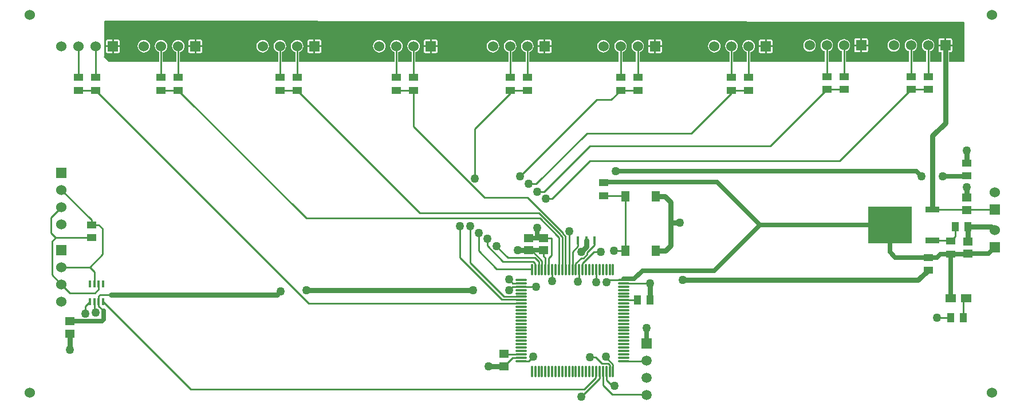
<source format=gtl>
G04 Layer_Physical_Order=1*
G04 Layer_Color=255*
%FSLAX25Y25*%
%MOIN*%
G70*
G01*
G75*
%ADD10R,0.06000X0.05000*%
%ADD11R,0.04134X0.05512*%
%ADD12R,0.05709X0.04528*%
%ADD13R,0.05512X0.04134*%
%ADD14R,0.25590X0.21654*%
%ADD15R,0.08268X0.03740*%
%ADD16R,0.01575X0.04724*%
%ADD17R,0.05118X0.06102*%
%ADD18O,0.07087X0.01181*%
%ADD19O,0.01181X0.07087*%
%ADD20R,0.01575X0.04331*%
%ADD21C,0.01000*%
%ADD22C,0.02500*%
%ADD23C,0.03000*%
%ADD24C,0.05905*%
%ADD25R,0.05905X0.05905*%
%ADD26C,0.06000*%
%ADD27R,0.06000X0.06000*%
%ADD28R,0.06000X0.06000*%
%ADD29C,0.05000*%
G36*
X663500Y476000D02*
X664000Y475500D01*
Y452500D01*
X655141D01*
Y458221D01*
X656000D01*
X656390Y458298D01*
X656721Y458519D01*
X656942Y458850D01*
X657020Y459240D01*
Y461740D01*
X653000D01*
X648980D01*
Y459240D01*
X649058Y458850D01*
X649279Y458519D01*
X649610Y458298D01*
X650000Y458221D01*
X650859D01*
Y452500D01*
X644122D01*
Y458808D01*
X644815Y459096D01*
X645568Y459673D01*
X646145Y460425D01*
X646507Y461300D01*
X646631Y462240D01*
X646507Y463180D01*
X646145Y464056D01*
X645568Y464808D01*
X644815Y465385D01*
X643940Y465747D01*
X643000Y465871D01*
X642060Y465747D01*
X641185Y465385D01*
X640432Y464808D01*
X639855Y464056D01*
X639493Y463180D01*
X639369Y462240D01*
X639493Y461300D01*
X639855Y460425D01*
X640432Y459673D01*
X641185Y459096D01*
X641878Y458808D01*
Y452500D01*
X634122D01*
Y458808D01*
X634816Y459096D01*
X635568Y459673D01*
X636145Y460425D01*
X636507Y461300D01*
X636631Y462240D01*
X636507Y463180D01*
X636145Y464056D01*
X635568Y464808D01*
X634816Y465385D01*
X633940Y465747D01*
X633000Y465871D01*
X632060Y465747D01*
X631184Y465385D01*
X630432Y464808D01*
X629855Y464056D01*
X629493Y463180D01*
X629369Y462240D01*
X629493Y461300D01*
X629855Y460425D01*
X630432Y459673D01*
X631184Y459096D01*
X631878Y458808D01*
Y452500D01*
X595122D01*
Y458808D01*
X595816Y459096D01*
X596567Y459673D01*
X597145Y460425D01*
X597507Y461300D01*
X597631Y462240D01*
X597507Y463180D01*
X597145Y464056D01*
X596567Y464808D01*
X595816Y465385D01*
X594940Y465747D01*
X594000Y465871D01*
X593060Y465747D01*
X592184Y465385D01*
X591432Y464808D01*
X590855Y464056D01*
X590493Y463180D01*
X590369Y462240D01*
X590493Y461300D01*
X590855Y460425D01*
X591432Y459673D01*
X592184Y459096D01*
X592878Y458808D01*
Y452500D01*
X585122D01*
Y458808D01*
X585815Y459096D01*
X586567Y459673D01*
X587145Y460425D01*
X587507Y461300D01*
X587631Y462240D01*
X587507Y463180D01*
X587145Y464056D01*
X586567Y464808D01*
X585815Y465385D01*
X584940Y465747D01*
X584000Y465871D01*
X583060Y465747D01*
X582185Y465385D01*
X581432Y464808D01*
X580855Y464056D01*
X580493Y463180D01*
X580369Y462240D01*
X580493Y461300D01*
X580855Y460425D01*
X581432Y459673D01*
X582185Y459096D01*
X582878Y458808D01*
Y452500D01*
X539622D01*
Y458308D01*
X540315Y458596D01*
X541068Y459173D01*
X541645Y459925D01*
X542007Y460800D01*
X542131Y461740D01*
X542007Y462680D01*
X541645Y463556D01*
X541068Y464308D01*
X540315Y464885D01*
X539440Y465247D01*
X538500Y465371D01*
X537560Y465247D01*
X536685Y464885D01*
X535932Y464308D01*
X535355Y463556D01*
X534993Y462680D01*
X534869Y461740D01*
X534993Y460800D01*
X535355Y459925D01*
X535932Y459173D01*
X536685Y458596D01*
X537379Y458308D01*
Y452500D01*
X529622D01*
Y458308D01*
X530315Y458596D01*
X531068Y459173D01*
X531645Y459925D01*
X532007Y460800D01*
X532131Y461740D01*
X532007Y462680D01*
X531645Y463556D01*
X531068Y464308D01*
X530315Y464885D01*
X529440Y465247D01*
X528500Y465371D01*
X527560Y465247D01*
X526685Y464885D01*
X525933Y464308D01*
X525355Y463556D01*
X524993Y462680D01*
X524869Y461740D01*
X524993Y460800D01*
X525355Y459925D01*
X525933Y459173D01*
X526685Y458596D01*
X527379Y458308D01*
Y452500D01*
X475122D01*
Y458308D01*
X475815Y458596D01*
X476568Y459173D01*
X477145Y459925D01*
X477507Y460800D01*
X477631Y461740D01*
X477507Y462680D01*
X477145Y463556D01*
X476568Y464308D01*
X475815Y464885D01*
X474940Y465247D01*
X474000Y465371D01*
X473060Y465247D01*
X472185Y464885D01*
X471432Y464308D01*
X470855Y463556D01*
X470493Y462680D01*
X470369Y461740D01*
X470493Y460800D01*
X470855Y459925D01*
X471432Y459173D01*
X472185Y458596D01*
X472879Y458308D01*
Y452500D01*
X465122D01*
Y458308D01*
X465815Y458596D01*
X466568Y459173D01*
X467145Y459925D01*
X467507Y460800D01*
X467631Y461740D01*
X467507Y462680D01*
X467145Y463556D01*
X466568Y464308D01*
X465815Y464885D01*
X464940Y465247D01*
X464000Y465371D01*
X463060Y465247D01*
X462184Y464885D01*
X461433Y464308D01*
X460855Y463556D01*
X460493Y462680D01*
X460369Y461740D01*
X460493Y460800D01*
X460855Y459925D01*
X461433Y459173D01*
X462184Y458596D01*
X462879Y458308D01*
Y452500D01*
X410881D01*
Y458308D01*
X411575Y458596D01*
X412327Y459173D01*
X412904Y459925D01*
X413267Y460800D01*
X413391Y461740D01*
X413267Y462680D01*
X412904Y463556D01*
X412327Y464308D01*
X411575Y464885D01*
X410700Y465247D01*
X409760Y465371D01*
X408820Y465247D01*
X407944Y464885D01*
X407192Y464308D01*
X406615Y463556D01*
X406252Y462680D01*
X406129Y461740D01*
X406252Y460800D01*
X406615Y459925D01*
X407192Y459173D01*
X407944Y458596D01*
X408638Y458308D01*
Y452500D01*
X400881D01*
Y458308D01*
X401575Y458596D01*
X402327Y459173D01*
X402904Y459925D01*
X403267Y460800D01*
X403391Y461740D01*
X403267Y462680D01*
X402904Y463556D01*
X402327Y464308D01*
X401575Y464885D01*
X400700Y465247D01*
X399760Y465371D01*
X398820Y465247D01*
X397944Y464885D01*
X397192Y464308D01*
X396615Y463556D01*
X396252Y462680D01*
X396129Y461740D01*
X396252Y460800D01*
X396615Y459925D01*
X397192Y459173D01*
X397944Y458596D01*
X398638Y458308D01*
Y452500D01*
X344622D01*
Y458308D01*
X345316Y458596D01*
X346068Y459173D01*
X346645Y459925D01*
X347007Y460800D01*
X347131Y461740D01*
X347007Y462680D01*
X346645Y463556D01*
X346068Y464308D01*
X345316Y464885D01*
X344440Y465247D01*
X343500Y465371D01*
X342560Y465247D01*
X341685Y464885D01*
X340932Y464308D01*
X340355Y463556D01*
X339993Y462680D01*
X339869Y461740D01*
X339993Y460800D01*
X340355Y459925D01*
X340932Y459173D01*
X341685Y458596D01*
X342378Y458308D01*
Y452500D01*
X334622D01*
Y458308D01*
X335315Y458596D01*
X336068Y459173D01*
X336645Y459925D01*
X337007Y460800D01*
X337131Y461740D01*
X337007Y462680D01*
X336645Y463556D01*
X336068Y464308D01*
X335315Y464885D01*
X334440Y465247D01*
X333500Y465371D01*
X332560Y465247D01*
X331684Y464885D01*
X330932Y464308D01*
X330355Y463556D01*
X329993Y462680D01*
X329869Y461740D01*
X329993Y460800D01*
X330355Y459925D01*
X330932Y459173D01*
X331684Y458596D01*
X332379Y458308D01*
Y452500D01*
X276881D01*
Y458308D01*
X277575Y458596D01*
X278327Y459173D01*
X278904Y459925D01*
X279267Y460800D01*
X279391Y461740D01*
X279267Y462680D01*
X278904Y463556D01*
X278327Y464308D01*
X277575Y464885D01*
X276700Y465247D01*
X275760Y465371D01*
X274820Y465247D01*
X273944Y464885D01*
X273192Y464308D01*
X272615Y463556D01*
X272252Y462680D01*
X272129Y461740D01*
X272252Y460800D01*
X272615Y459925D01*
X273192Y459173D01*
X273944Y458596D01*
X274638Y458308D01*
Y452500D01*
X266881D01*
Y458308D01*
X267575Y458596D01*
X268327Y459173D01*
X268904Y459925D01*
X269267Y460800D01*
X269391Y461740D01*
X269267Y462680D01*
X268904Y463556D01*
X268327Y464308D01*
X267575Y464885D01*
X266700Y465247D01*
X265760Y465371D01*
X264820Y465247D01*
X263944Y464885D01*
X263192Y464308D01*
X262615Y463556D01*
X262252Y462680D01*
X262129Y461740D01*
X262252Y460800D01*
X262615Y459925D01*
X263192Y459173D01*
X263944Y458596D01*
X264638Y458308D01*
Y452500D01*
X207622D01*
Y458308D01*
X208315Y458596D01*
X209068Y459173D01*
X209645Y459925D01*
X210007Y460800D01*
X210131Y461740D01*
X210007Y462680D01*
X209645Y463556D01*
X209068Y464308D01*
X208315Y464885D01*
X207440Y465247D01*
X206500Y465371D01*
X205560Y465247D01*
X204684Y464885D01*
X203932Y464308D01*
X203355Y463556D01*
X202993Y462680D01*
X202869Y461740D01*
X202993Y460800D01*
X203355Y459925D01*
X203932Y459173D01*
X204684Y458596D01*
X205379Y458308D01*
Y452500D01*
X197622D01*
Y458308D01*
X198316Y458596D01*
X199068Y459173D01*
X199645Y459925D01*
X200007Y460800D01*
X200131Y461740D01*
X200007Y462680D01*
X199645Y463556D01*
X199068Y464308D01*
X198316Y464885D01*
X197440Y465247D01*
X196500Y465371D01*
X195560Y465247D01*
X194685Y464885D01*
X193932Y464308D01*
X193355Y463556D01*
X192993Y462680D01*
X192869Y461740D01*
X192993Y460800D01*
X193355Y459925D01*
X193932Y459173D01*
X194685Y458596D01*
X195378Y458308D01*
Y452500D01*
X166000D01*
X163000Y455500D01*
X163500Y456000D01*
Y476146D01*
X163854Y476500D01*
X663500Y476000D01*
D02*
G37*
%LPC*%
G36*
X172520Y461240D02*
X169000D01*
Y457721D01*
X171500D01*
X171890Y457798D01*
X172221Y458019D01*
X172442Y458350D01*
X172520Y458740D01*
Y461240D01*
D02*
G37*
G36*
X186500Y465371D02*
X185560Y465247D01*
X184685Y464885D01*
X183932Y464308D01*
X183355Y463556D01*
X182993Y462680D01*
X182869Y461740D01*
X182993Y460800D01*
X183355Y459925D01*
X183932Y459173D01*
X184685Y458596D01*
X185560Y458233D01*
X186500Y458109D01*
X187440Y458233D01*
X188315Y458596D01*
X189068Y459173D01*
X189645Y459925D01*
X190007Y460800D01*
X190131Y461740D01*
X190007Y462680D01*
X189645Y463556D01*
X189068Y464308D01*
X188315Y464885D01*
X187440Y465247D01*
X186500Y465371D01*
D02*
G37*
G36*
X168000Y461240D02*
X164480D01*
Y458740D01*
X164558Y458350D01*
X164779Y458019D01*
X165110Y457798D01*
X165500Y457721D01*
X168000D01*
Y461240D01*
D02*
G37*
G36*
X548000Y461240D02*
X544480D01*
Y458740D01*
X544558Y458350D01*
X544779Y458019D01*
X545110Y457798D01*
X545500Y457721D01*
X548000D01*
Y461240D01*
D02*
G37*
G36*
X552520D02*
X549000D01*
Y457721D01*
X551500D01*
X551890Y457798D01*
X552221Y458019D01*
X552442Y458350D01*
X552520Y458740D01*
Y461240D01*
D02*
G37*
G36*
X454000Y465371D02*
X453060Y465247D01*
X452184Y464885D01*
X451433Y464308D01*
X450855Y463556D01*
X450493Y462680D01*
X450369Y461740D01*
X450493Y460800D01*
X450855Y459925D01*
X451433Y459173D01*
X452184Y458596D01*
X453060Y458233D01*
X454000Y458109D01*
X454940Y458233D01*
X455816Y458596D01*
X456568Y459173D01*
X457145Y459925D01*
X457507Y460800D01*
X457631Y461740D01*
X457507Y462680D01*
X457145Y463556D01*
X456568Y464308D01*
X455816Y464885D01*
X454940Y465247D01*
X454000Y465371D01*
D02*
G37*
G36*
X518500D02*
X517560Y465247D01*
X516684Y464885D01*
X515933Y464308D01*
X515355Y463556D01*
X514993Y462680D01*
X514869Y461740D01*
X514993Y460800D01*
X515355Y459925D01*
X515933Y459173D01*
X516684Y458596D01*
X517560Y458233D01*
X518500Y458109D01*
X519440Y458233D01*
X520316Y458596D01*
X521068Y459173D01*
X521645Y459925D01*
X522007Y460800D01*
X522131Y461740D01*
X522007Y462680D01*
X521645Y463556D01*
X521068Y464308D01*
X520316Y464885D01*
X519440Y465247D01*
X518500Y465371D01*
D02*
G37*
G36*
X389760D02*
X388820Y465247D01*
X387944Y464885D01*
X387192Y464308D01*
X386615Y463556D01*
X386252Y462680D01*
X386129Y461740D01*
X386252Y460800D01*
X386615Y459925D01*
X387192Y459173D01*
X387944Y458596D01*
X388820Y458233D01*
X389760Y458109D01*
X390700Y458233D01*
X391575Y458596D01*
X392327Y459173D01*
X392904Y459925D01*
X393267Y460800D01*
X393391Y461740D01*
X393267Y462680D01*
X392904Y463556D01*
X392327Y464308D01*
X391575Y464885D01*
X390700Y465247D01*
X389760Y465371D01*
D02*
G37*
G36*
X255760D02*
X254820Y465247D01*
X253944Y464885D01*
X253192Y464308D01*
X252615Y463556D01*
X252253Y462680D01*
X252129Y461740D01*
X252253Y460800D01*
X252615Y459925D01*
X253192Y459173D01*
X253944Y458596D01*
X254820Y458233D01*
X255760Y458109D01*
X256700Y458233D01*
X257575Y458596D01*
X258327Y459173D01*
X258904Y459925D01*
X259267Y460800D01*
X259391Y461740D01*
X259267Y462680D01*
X258904Y463556D01*
X258327Y464308D01*
X257575Y464885D01*
X256700Y465247D01*
X255760Y465371D01*
D02*
G37*
G36*
X323500D02*
X322560Y465247D01*
X321685Y464885D01*
X320933Y464308D01*
X320355Y463556D01*
X319993Y462680D01*
X319869Y461740D01*
X319993Y460800D01*
X320355Y459925D01*
X320933Y459173D01*
X321685Y458596D01*
X322560Y458233D01*
X323500Y458109D01*
X324440Y458233D01*
X325315Y458596D01*
X326068Y459173D01*
X326645Y459925D01*
X327007Y460800D01*
X327131Y461740D01*
X327007Y462680D01*
X326645Y463556D01*
X326068Y464308D01*
X325315Y464885D01*
X324440Y465247D01*
X323500Y465371D01*
D02*
G37*
G36*
X289779Y461240D02*
X286260D01*
Y457721D01*
X288760D01*
X289150Y457798D01*
X289481Y458019D01*
X289702Y458350D01*
X289779Y458740D01*
Y461240D01*
D02*
G37*
G36*
X353000D02*
X349480D01*
Y458740D01*
X349558Y458350D01*
X349779Y458019D01*
X350110Y457798D01*
X350500Y457721D01*
X353000D01*
Y461240D01*
D02*
G37*
G36*
X285260D02*
X281740D01*
Y458740D01*
X281818Y458350D01*
X282039Y458019D01*
X282370Y457798D01*
X282760Y457721D01*
X285260D01*
Y461240D01*
D02*
G37*
G36*
X216000D02*
X212480D01*
Y458740D01*
X212558Y458350D01*
X212779Y458019D01*
X213110Y457798D01*
X213500Y457721D01*
X216000D01*
Y461240D01*
D02*
G37*
G36*
X220520D02*
X217000D01*
Y457721D01*
X219500D01*
X219890Y457798D01*
X220221Y458019D01*
X220442Y458350D01*
X220520Y458740D01*
Y461240D01*
D02*
G37*
G36*
X483500D02*
X479980D01*
Y458740D01*
X480058Y458350D01*
X480279Y458019D01*
X480610Y457798D01*
X481000Y457721D01*
X483500D01*
Y461240D01*
D02*
G37*
G36*
X488020D02*
X484500D01*
Y457721D01*
X487000D01*
X487390Y457798D01*
X487721Y458019D01*
X487942Y458350D01*
X488020Y458740D01*
Y461240D01*
D02*
G37*
G36*
X423779D02*
X420260D01*
Y457721D01*
X422760D01*
X423150Y457798D01*
X423481Y458019D01*
X423702Y458350D01*
X423779Y458740D01*
Y461240D01*
D02*
G37*
G36*
X357520D02*
X354000D01*
Y457721D01*
X356500D01*
X356890Y457798D01*
X357221Y458019D01*
X357442Y458350D01*
X357520Y458740D01*
Y461240D01*
D02*
G37*
G36*
X419260D02*
X415740D01*
Y458740D01*
X415818Y458350D01*
X416039Y458019D01*
X416370Y457798D01*
X416760Y457721D01*
X419260D01*
Y461240D01*
D02*
G37*
G36*
X603500Y461740D02*
X599980D01*
Y459240D01*
X600058Y458850D01*
X600279Y458519D01*
X600610Y458298D01*
X601000Y458221D01*
X603500D01*
Y461740D01*
D02*
G37*
G36*
X551500Y465760D02*
X549000D01*
Y462240D01*
X552520D01*
Y464740D01*
X552442Y465130D01*
X552221Y465461D01*
X551890Y465682D01*
X551500Y465760D01*
D02*
G37*
G36*
X168000Y465760D02*
X165500D01*
X165110Y465682D01*
X164779Y465461D01*
X164558Y465130D01*
X164480Y464740D01*
Y462240D01*
X168000D01*
Y465760D01*
D02*
G37*
G36*
X487000Y465760D02*
X484500D01*
Y462240D01*
X488020D01*
Y464740D01*
X487942Y465130D01*
X487721Y465461D01*
X487390Y465682D01*
X487000Y465760D01*
D02*
G37*
G36*
X356500D02*
X354000D01*
Y462240D01*
X357520D01*
Y464740D01*
X357442Y465130D01*
X357221Y465461D01*
X356890Y465682D01*
X356500Y465760D01*
D02*
G37*
G36*
X422760D02*
X420260D01*
Y462240D01*
X423779D01*
Y464740D01*
X423702Y465130D01*
X423481Y465461D01*
X423150Y465682D01*
X422760Y465760D01*
D02*
G37*
G36*
X607000Y466260D02*
X604500D01*
Y462740D01*
X608020D01*
Y465240D01*
X607942Y465630D01*
X607721Y465961D01*
X607390Y466182D01*
X607000Y466260D01*
D02*
G37*
G36*
X656000D02*
X653500D01*
Y462740D01*
X657020D01*
Y465240D01*
X656942Y465630D01*
X656721Y465961D01*
X656390Y466182D01*
X656000Y466260D01*
D02*
G37*
G36*
X652500D02*
X650000D01*
X649610Y466182D01*
X649279Y465961D01*
X649058Y465630D01*
X648980Y465240D01*
Y462740D01*
X652500D01*
Y466260D01*
D02*
G37*
G36*
X171500Y465760D02*
X169000D01*
Y462240D01*
X172520D01*
Y464740D01*
X172442Y465130D01*
X172221Y465461D01*
X171890Y465682D01*
X171500Y465760D01*
D02*
G37*
G36*
X603500Y466260D02*
X601000D01*
X600610Y466182D01*
X600279Y465961D01*
X600058Y465630D01*
X599980Y465240D01*
Y462740D01*
X603500D01*
Y466260D01*
D02*
G37*
G36*
X288760Y465760D02*
X286260D01*
Y462240D01*
X289779D01*
Y464740D01*
X289702Y465130D01*
X289481Y465461D01*
X289150Y465682D01*
X288760Y465760D01*
D02*
G37*
G36*
X216000D02*
X213500D01*
X213110Y465682D01*
X212779Y465461D01*
X212558Y465130D01*
X212480Y464740D01*
Y462240D01*
X216000D01*
Y465760D01*
D02*
G37*
G36*
X285260D02*
X282760D01*
X282370Y465682D01*
X282039Y465461D01*
X281818Y465130D01*
X281740Y464740D01*
Y462240D01*
X285260D01*
Y465760D01*
D02*
G37*
G36*
X623000Y465871D02*
X622060Y465747D01*
X621184Y465385D01*
X620432Y464808D01*
X619855Y464056D01*
X619493Y463180D01*
X619369Y462240D01*
X619493Y461300D01*
X619855Y460425D01*
X620432Y459673D01*
X621184Y459096D01*
X622060Y458733D01*
X623000Y458609D01*
X623940Y458733D01*
X624816Y459096D01*
X625567Y459673D01*
X626145Y460425D01*
X626507Y461300D01*
X626631Y462240D01*
X626507Y463180D01*
X626145Y464056D01*
X625567Y464808D01*
X624816Y465385D01*
X623940Y465747D01*
X623000Y465871D01*
D02*
G37*
G36*
X608020Y461740D02*
X604500D01*
Y458221D01*
X607000D01*
X607390Y458298D01*
X607721Y458519D01*
X607942Y458850D01*
X608020Y459240D01*
Y461740D01*
D02*
G37*
G36*
X574000Y465871D02*
X573060Y465747D01*
X572185Y465385D01*
X571432Y464808D01*
X570855Y464056D01*
X570493Y463180D01*
X570369Y462240D01*
X570493Y461300D01*
X570855Y460425D01*
X571432Y459673D01*
X572185Y459096D01*
X573060Y458733D01*
X574000Y458609D01*
X574940Y458733D01*
X575815Y459096D01*
X576568Y459673D01*
X577145Y460425D01*
X577507Y461300D01*
X577631Y462240D01*
X577507Y463180D01*
X577145Y464056D01*
X576568Y464808D01*
X575815Y465385D01*
X574940Y465747D01*
X574000Y465871D01*
D02*
G37*
G36*
X548000Y465760D02*
X545500D01*
X545110Y465682D01*
X544779Y465461D01*
X544558Y465130D01*
X544480Y464740D01*
Y462240D01*
X548000D01*
Y465760D01*
D02*
G37*
G36*
X219500D02*
X217000D01*
Y462240D01*
X220520D01*
Y464740D01*
X220442Y465130D01*
X220221Y465461D01*
X219890Y465682D01*
X219500Y465760D01*
D02*
G37*
G36*
X483500D02*
X481000D01*
X480610Y465682D01*
X480279Y465461D01*
X480058Y465130D01*
X479980Y464740D01*
Y462240D01*
X483500D01*
Y465760D01*
D02*
G37*
G36*
X353000D02*
X350500D01*
X350110Y465682D01*
X349779Y465461D01*
X349558Y465130D01*
X349480Y464740D01*
Y462240D01*
X353000D01*
Y465760D01*
D02*
G37*
G36*
X419260D02*
X416760D01*
X416370Y465682D01*
X416039Y465461D01*
X415818Y465130D01*
X415740Y464740D01*
Y462240D01*
X419260D01*
Y465760D01*
D02*
G37*
%LPD*%
D10*
X656000Y315000D02*
D03*
X665000D02*
D03*
D11*
X656000Y303500D02*
D03*
X663480D02*
D03*
X481240Y314000D02*
D03*
X473760D02*
D03*
X666240Y356500D02*
D03*
X658760D02*
D03*
D12*
X143500Y301543D02*
D03*
Y294457D02*
D03*
X396000Y282543D02*
D03*
Y275457D02*
D03*
X419000Y343000D02*
D03*
Y350087D02*
D03*
X410500Y342957D02*
D03*
Y350043D02*
D03*
X665500Y366457D02*
D03*
Y373543D02*
D03*
X666000Y340957D02*
D03*
Y348043D02*
D03*
D13*
X454000Y374760D02*
D03*
Y382240D02*
D03*
X665500Y386260D02*
D03*
Y393740D02*
D03*
X643000Y331260D02*
D03*
Y338740D02*
D03*
X656000Y348240D02*
D03*
Y340760D02*
D03*
X148500Y443480D02*
D03*
Y436000D02*
D03*
X158500Y443480D02*
D03*
Y436000D02*
D03*
X196500Y443480D02*
D03*
Y436000D02*
D03*
X206500Y443480D02*
D03*
Y436000D02*
D03*
X265760Y443480D02*
D03*
Y436000D02*
D03*
X275760Y443480D02*
D03*
Y436000D02*
D03*
X333500Y443480D02*
D03*
Y436000D02*
D03*
X343500Y443480D02*
D03*
Y436000D02*
D03*
X399760Y443480D02*
D03*
Y436000D02*
D03*
X409760Y443480D02*
D03*
Y436000D02*
D03*
X464000Y443480D02*
D03*
Y436000D02*
D03*
X474000Y443480D02*
D03*
Y436000D02*
D03*
X528500Y443480D02*
D03*
Y436000D02*
D03*
X538500Y443480D02*
D03*
Y436000D02*
D03*
X584000Y443980D02*
D03*
Y436500D02*
D03*
X594000Y443980D02*
D03*
Y436500D02*
D03*
X643000Y443980D02*
D03*
Y436500D02*
D03*
X633000Y443980D02*
D03*
Y436500D02*
D03*
X156000Y350260D02*
D03*
Y357740D02*
D03*
D14*
X620697Y357524D02*
D03*
D15*
X645500Y366500D02*
D03*
Y348547D02*
D03*
D16*
X448724Y348500D02*
D03*
X444000D02*
D03*
X439276D02*
D03*
D17*
X484358Y374248D02*
D03*
Y342752D02*
D03*
X466642D02*
D03*
Y374248D02*
D03*
D18*
X465724Y325665D02*
D03*
Y323697D02*
D03*
Y321728D02*
D03*
Y319760D02*
D03*
Y317791D02*
D03*
Y315823D02*
D03*
Y313854D02*
D03*
Y311886D02*
D03*
Y309917D02*
D03*
Y307949D02*
D03*
Y305980D02*
D03*
Y304012D02*
D03*
Y302043D02*
D03*
Y300075D02*
D03*
Y298106D02*
D03*
Y296138D02*
D03*
Y294169D02*
D03*
Y292201D02*
D03*
Y290232D02*
D03*
Y288264D02*
D03*
Y286295D02*
D03*
Y284327D02*
D03*
Y282358D02*
D03*
Y280390D02*
D03*
Y278421D02*
D03*
X406276D02*
D03*
Y280390D02*
D03*
Y282358D02*
D03*
Y284327D02*
D03*
Y286295D02*
D03*
Y288264D02*
D03*
Y290232D02*
D03*
Y292201D02*
D03*
Y294169D02*
D03*
Y296138D02*
D03*
Y298106D02*
D03*
Y300075D02*
D03*
Y302043D02*
D03*
Y304012D02*
D03*
Y305980D02*
D03*
Y307949D02*
D03*
Y309917D02*
D03*
Y311886D02*
D03*
Y313854D02*
D03*
Y315823D02*
D03*
Y317791D02*
D03*
Y319760D02*
D03*
Y321728D02*
D03*
Y323697D02*
D03*
Y325665D02*
D03*
D19*
X459622Y272319D02*
D03*
X457654D02*
D03*
X455685D02*
D03*
X453717D02*
D03*
X451748D02*
D03*
X449780D02*
D03*
X447811D02*
D03*
X445843D02*
D03*
X443874D02*
D03*
X441905D02*
D03*
X439937D02*
D03*
X437968D02*
D03*
X436000D02*
D03*
X434031D02*
D03*
X432063D02*
D03*
X430094D02*
D03*
X428126D02*
D03*
X426158D02*
D03*
X424189D02*
D03*
X422221D02*
D03*
X420252D02*
D03*
X418284D02*
D03*
X416315D02*
D03*
X414347D02*
D03*
X412378D02*
D03*
Y331768D02*
D03*
X414347D02*
D03*
X416315D02*
D03*
X418284D02*
D03*
X420252D02*
D03*
X422221D02*
D03*
X424189D02*
D03*
X426158D02*
D03*
X428126D02*
D03*
X430094D02*
D03*
X432063D02*
D03*
X434031D02*
D03*
X436000D02*
D03*
X437968D02*
D03*
X439937D02*
D03*
X441905D02*
D03*
X443874D02*
D03*
X445843D02*
D03*
X447811D02*
D03*
X449780D02*
D03*
X451748D02*
D03*
X453717D02*
D03*
X455685D02*
D03*
X457654D02*
D03*
X459622D02*
D03*
D20*
X162839Y323236D02*
D03*
X160280D02*
D03*
X157720D02*
D03*
X155161D02*
D03*
X162839Y313000D02*
D03*
X160280D02*
D03*
X157720D02*
D03*
X155161D02*
D03*
D21*
X460252Y342752D02*
X466642D01*
X332000Y436500D02*
X333000Y437500D01*
X343500Y414909D02*
Y436000D01*
X441905Y335405D02*
X448500Y342000D01*
X452500D01*
X459000Y264000D02*
X460500D01*
X455685Y267315D02*
X459000Y264000D01*
X398260Y436500D02*
X399260Y437500D01*
X370500Y338500D02*
X394868Y314132D01*
X370500Y338500D02*
Y357000D01*
X391887Y345204D02*
Y346613D01*
Y345113D02*
Y345204D01*
X398500Y338500D02*
X414000D01*
X391887Y345113D02*
X398500Y338500D01*
X414069Y331768D02*
Y335421D01*
X386500Y345500D02*
Y349500D01*
X527000Y436500D02*
X528000Y437500D01*
X391878Y332122D02*
X412378D01*
X420500Y373000D02*
X424000D01*
X446000Y395000D01*
X419500Y377000D02*
X446000Y403500D01*
X415500Y377000D02*
X419500D01*
X446000Y403500D02*
X551000D01*
X444409Y411000D02*
X505300D01*
X410500Y381500D02*
X414909D01*
X444409Y411000D01*
X391500Y347000D02*
X391887Y346613D01*
X386500Y345500D02*
X395589Y336411D01*
X413078D01*
X381500Y342500D02*
X391878Y332122D01*
X381500Y342500D02*
Y353000D01*
X195000Y436500D02*
X196000Y437500D01*
X417000Y361500D02*
X427200Y351300D01*
X281000Y361500D02*
X417000D01*
X206500Y436000D02*
X281000Y361500D01*
X446000Y395000D02*
X591500D01*
X458500Y430500D02*
X464000Y436000D01*
X450000Y430500D02*
X458500D01*
X405500Y386000D02*
X450000Y430500D01*
X376500Y335500D02*
Y357000D01*
Y335500D02*
X396177Y315823D01*
X466642Y342752D02*
Y374248D01*
X439276Y345367D02*
Y348500D01*
X436000Y342091D02*
X439276Y345367D01*
X436000Y331768D02*
Y342091D01*
X434031Y331768D02*
Y353969D01*
X416500Y364500D02*
X428800Y352200D01*
X409763Y373500D02*
X430400Y352863D01*
X427200Y351183D02*
Y351300D01*
X347260Y364500D02*
X416500D01*
X428800Y351846D02*
Y352200D01*
X384909Y373500D02*
X409763D01*
X430400Y352509D02*
Y352863D01*
X457035Y325665D02*
X465724D01*
X396177Y315823D02*
X406276D01*
X160280Y316280D02*
X161000Y317000D01*
X167500D01*
X264000D02*
X266000Y319000D01*
X160280Y313000D02*
Y316280D01*
X399000Y319500D02*
X401228Y321728D01*
X406276D01*
X444600Y341774D02*
X448724Y345899D01*
X444600Y340509D02*
Y341774D01*
X442491Y338400D02*
X444600Y340509D01*
X437968Y335143D02*
X441226Y338400D01*
X442491D01*
X448724Y345899D02*
Y348500D01*
X441905Y331768D02*
Y335405D01*
X437968Y331768D02*
Y335143D01*
X465724Y323697D02*
X481303D01*
X666000Y348043D02*
X666240Y348284D01*
X160280Y310221D02*
X163000Y307500D01*
X160280Y310221D02*
Y313000D01*
X158500Y306500D02*
Y307941D01*
X157720Y308720D02*
X158500Y307941D01*
X157720Y308720D02*
Y313000D01*
X152500Y306000D02*
Y310339D01*
X160280Y320220D02*
Y323236D01*
X158059Y318000D02*
X160280Y320220D01*
X143500Y318000D02*
X158059D01*
X152500Y310339D02*
X155161Y313000D01*
X456775Y276962D02*
X457654Y276084D01*
Y272319D02*
Y276084D01*
X446000Y280500D02*
X449472D01*
X453010Y276962D01*
X456775D01*
X455500Y280500D02*
Y281000D01*
Y280500D02*
X459622Y276378D01*
X399000Y326000D02*
X401303Y323697D01*
X406276D01*
X406209Y280457D02*
X406276Y280390D01*
X401000Y280457D02*
X406209D01*
X396000Y275457D02*
X401000Y280457D01*
X405998Y314132D02*
X406276Y313854D01*
X431785Y332046D02*
X432063Y331768D01*
X458976Y258933D02*
X478567D01*
X453717Y264192D02*
X458976Y258933D01*
X455685Y267315D02*
Y272319D01*
X396000Y282543D02*
X396185Y282358D01*
X406276D01*
X466130Y374760D02*
X466642Y374248D01*
X454000Y374760D02*
X466130D01*
X434000Y331799D02*
X434031Y331768D01*
X478921Y278421D02*
X479000Y278500D01*
X465724Y278421D02*
X478921D01*
X478567Y258933D02*
X479000Y258500D01*
X473614Y313854D02*
X473760Y314000D01*
X465724Y313854D02*
X473614D01*
X422221Y338221D02*
X423913Y339913D01*
X422221Y331768D02*
Y338221D01*
X410500Y342957D02*
X412043D01*
X418957D02*
X419000Y343000D01*
X406276Y278421D02*
X410421D01*
X413000Y281000D01*
X459622Y272319D02*
Y276378D01*
X406276Y321728D02*
X414772D01*
X424043Y331622D02*
X424189Y331768D01*
X424043Y325000D02*
Y331622D01*
X439937Y325437D02*
Y331768D01*
X439000Y324500D02*
X439937Y325437D01*
X455685Y324315D02*
X457035Y325665D01*
X449780Y324307D02*
Y331768D01*
X434000Y354000D02*
X434031Y353969D01*
X431785Y332046D02*
Y351124D01*
X430094Y331768D02*
Y350552D01*
X420252Y331768D02*
Y338248D01*
X419000Y339500D02*
X420252Y338248D01*
X419000Y339500D02*
Y343000D01*
X430400Y352509D02*
X431785Y351124D01*
X428126Y331768D02*
Y350257D01*
X428800Y351846D02*
X430094Y350552D01*
X427200Y351183D02*
X428126Y350257D01*
X419000Y350087D02*
X423913D01*
Y339913D02*
Y350087D01*
X416315Y331768D02*
Y336185D01*
X418284Y331768D02*
Y336717D01*
X414000Y338500D02*
X416315Y336185D01*
X412043Y342957D02*
X418284Y336717D01*
X413078Y336411D02*
X414069Y335421D01*
Y331768D02*
X414347D01*
X412378D02*
Y332122D01*
X379000Y384500D02*
Y413500D01*
X643000Y443980D02*
Y462240D01*
X643000Y462240D02*
X643000Y462240D01*
X633000Y443980D02*
Y462240D01*
X633000Y462240D02*
X633000Y462240D01*
Y436500D02*
X643000D01*
X379000Y413500D02*
X399760Y434260D01*
X505300Y411000D02*
X528500Y434200D01*
X343500Y414909D02*
X384909Y373500D01*
X275760Y436000D02*
X347260Y364500D01*
X394868Y314132D02*
X405998D01*
X594000Y443980D02*
Y462240D01*
X594000Y462240D02*
X594000Y462240D01*
X584000Y443980D02*
Y462240D01*
X584000Y462240D02*
X584000Y462240D01*
Y436500D02*
X594000D01*
X538500Y443480D02*
Y461740D01*
X538500Y461740D02*
X538500Y461740D01*
X528500Y443480D02*
Y461740D01*
X528500Y461740D02*
X528500Y461740D01*
Y434500D02*
Y436000D01*
X538500D01*
X474000Y443480D02*
Y461740D01*
X474000Y461740D02*
X474000Y461740D01*
X464000Y443480D02*
Y461740D01*
X464000Y461740D02*
X464000Y461740D01*
Y436000D02*
X474000D01*
X409760Y443480D02*
Y461740D01*
X409760Y461740D02*
X409760Y461740D01*
X399760Y443480D02*
Y461740D01*
X399760Y461740D02*
X399760Y461740D01*
Y434500D02*
Y436000D01*
X409760D01*
X343500Y443480D02*
Y461740D01*
X343500Y461740D02*
X343500Y461740D01*
X333500Y443480D02*
Y461740D01*
X333500Y461740D02*
X333500Y461740D01*
Y434500D02*
Y436000D01*
X343500D01*
X275760Y443480D02*
Y461740D01*
X275760Y461740D02*
X275760Y461740D01*
X265760Y443480D02*
Y461740D01*
X265760Y461740D02*
X265760Y461740D01*
Y434500D02*
Y436000D01*
X275760D01*
X206500Y443480D02*
Y461740D01*
X206500Y461740D02*
X206500Y461740D01*
X196500Y443480D02*
Y461740D01*
X196500Y461740D02*
X196500Y461740D01*
Y434500D02*
Y436000D01*
X206500D01*
X158500Y443480D02*
Y461740D01*
X158500Y461740D02*
X158500Y461740D01*
X148500Y443480D02*
Y461740D01*
X148500Y461740D02*
X148500Y461740D01*
Y436000D02*
X158500D01*
X665543Y366500D02*
X681768D01*
X665500Y366457D02*
X665543Y366500D01*
X645500Y366500D02*
X665457D01*
X665500Y366457D01*
X658760Y351000D02*
Y356500D01*
X656000Y348240D02*
X658760Y351000D01*
X645500Y348547D02*
X655693D01*
X656000Y348240D01*
X264260Y436500D02*
X265260Y437500D01*
X133000Y328500D02*
X138500Y323000D01*
X133000Y328500D02*
Y348000D01*
X135260Y350260D02*
X156000D01*
X132520Y353000D02*
X135260Y350260D01*
X132520Y353000D02*
Y362020D01*
X138500Y368000D01*
Y333000D02*
X155000D01*
X162500Y340500D01*
Y355500D01*
X160260Y357740D02*
X162500Y355500D01*
X156000Y357740D02*
X160260D01*
X157720Y323236D02*
Y330279D01*
X138500Y323000D02*
X143500Y318000D01*
X138500Y378000D02*
X156000Y360500D01*
Y357740D02*
Y360500D01*
X155000Y333000D02*
X157720Y330279D01*
X133000Y348000D02*
X135260Y350260D01*
X162839Y313000D02*
X213839Y262000D01*
X441000Y257500D02*
X451748Y268248D01*
X453717Y264192D02*
Y272319D01*
X451748Y268248D02*
Y272319D01*
X213839Y262000D02*
X442836D01*
X449502Y268666D01*
Y272041D01*
X449780Y272319D01*
X158500Y436000D02*
X282614Y311886D01*
X406276D01*
X591500Y395000D02*
X633000Y436500D01*
X551000Y403500D02*
X584000Y436500D01*
X663480Y303500D02*
Y313480D01*
X665000Y315000D01*
X648000Y303500D02*
X656000D01*
D22*
X479000Y288500D02*
Y297500D01*
X415500Y350043D02*
Y356000D01*
X665240Y386000D02*
X665500Y386260D01*
X651500Y386000D02*
X665240D01*
X636000Y389000D02*
X639000Y386000D01*
X461000Y389000D02*
X636000D01*
X415500Y350043D02*
X418957D01*
X410500D02*
X415500D01*
X454000Y382240D02*
X454260Y382500D01*
X520047D01*
X545024Y357524D01*
X476652Y331000D02*
X518500D01*
X471789Y326137D02*
X476652Y331000D01*
X545024Y357524D02*
X620697D01*
X518500Y331000D02*
X545024Y357524D01*
X143500Y301543D02*
X162043D01*
X163000Y302500D01*
Y307500D01*
X418957Y350043D02*
X419000Y350087D01*
X412043Y342957D02*
X418957D01*
X620697Y341803D02*
Y357524D01*
Y341803D02*
X623760Y338740D01*
X643000D01*
X648240D01*
X650260Y340760D01*
X656000D01*
X665803D01*
X666000Y340957D01*
X678224D01*
X681768Y344500D01*
X656000Y315000D02*
Y340760D01*
X656000Y340760D01*
X465724Y326137D02*
X471789D01*
D23*
X637240Y325500D02*
X643000Y331260D01*
X500000Y325500D02*
X637240D01*
X441000Y342000D02*
X444000Y345000D01*
X404043Y342957D02*
X410500D01*
X653000Y462240D02*
X653000Y462240D01*
Y417000D02*
Y462240D01*
X645500Y409500D02*
X653000Y417000D01*
X645500Y366500D02*
Y409500D01*
X167500Y317000D02*
X264000D01*
X281000Y319500D02*
X378000D01*
X444000Y345000D02*
Y348500D01*
X481240Y323634D02*
X481303Y323697D01*
X481240Y314000D02*
Y323634D01*
X493000Y359000D02*
Y371000D01*
Y345500D02*
Y359000D01*
X498500D01*
X484358Y342752D02*
X490252D01*
X493000Y345500D01*
X489752Y374248D02*
X493000Y371000D01*
X484358Y374248D02*
X489752D01*
X679768Y356500D02*
X681768Y354500D01*
X666240Y356500D02*
X679768D01*
X666240Y348284D02*
Y356500D01*
X665500Y373543D02*
Y379500D01*
Y393740D02*
Y401000D01*
X143500Y285000D02*
Y294457D01*
X387043Y275457D02*
X396000D01*
D24*
X479000Y258500D02*
D03*
Y268500D02*
D03*
Y278500D02*
D03*
D25*
Y288500D02*
D03*
D26*
X681768Y376500D02*
D03*
Y354500D02*
D03*
X643000Y462240D02*
D03*
X633000D02*
D03*
X623000D02*
D03*
X594000D02*
D03*
X584000D02*
D03*
X574000D02*
D03*
X538500Y461740D02*
D03*
X528500D02*
D03*
X518500D02*
D03*
X474000D02*
D03*
X464000D02*
D03*
X454000D02*
D03*
X409760D02*
D03*
X399760D02*
D03*
X389760D02*
D03*
X343500D02*
D03*
X333500D02*
D03*
X323500D02*
D03*
X275760D02*
D03*
X265760D02*
D03*
X255760D02*
D03*
X206500D02*
D03*
X196500D02*
D03*
X186500D02*
D03*
X158500Y461740D02*
D03*
X148500D02*
D03*
X138500D02*
D03*
Y333000D02*
D03*
Y323000D02*
D03*
Y313000D02*
D03*
Y378000D02*
D03*
Y368000D02*
D03*
Y358000D02*
D03*
X120000Y480000D02*
D03*
Y260000D02*
D03*
X680000D02*
D03*
Y480000D02*
D03*
D27*
X681768Y366500D02*
D03*
Y344500D02*
D03*
X138500Y343000D02*
D03*
Y388000D02*
D03*
D28*
X653000Y462240D02*
D03*
X604000D02*
D03*
X548500Y461740D02*
D03*
X484000D02*
D03*
X419760D02*
D03*
X353500D02*
D03*
X285760D02*
D03*
X216500D02*
D03*
X168500Y461740D02*
D03*
D29*
X460252Y342752D02*
D03*
X479000Y297500D02*
D03*
X452500Y342000D02*
D03*
X460500Y264000D02*
D03*
X370500Y357000D02*
D03*
X420500Y373000D02*
D03*
X415500Y377000D02*
D03*
X410500Y381500D02*
D03*
X391887Y345204D02*
D03*
X386500Y349500D02*
D03*
X381500Y353000D02*
D03*
X500000Y325500D02*
D03*
X441000Y342000D02*
D03*
X404043Y342957D02*
D03*
X651500Y386000D02*
D03*
X639000D02*
D03*
X461000Y389000D02*
D03*
X415500Y356000D02*
D03*
X405500Y386000D02*
D03*
X376500Y357000D02*
D03*
X266000Y319000D02*
D03*
X281000Y319500D02*
D03*
X378000D02*
D03*
X399000D02*
D03*
X481303Y323697D02*
D03*
X498500Y359000D02*
D03*
X665500Y379500D02*
D03*
Y401000D02*
D03*
X158500Y306500D02*
D03*
X152500Y306000D02*
D03*
X143500Y285000D02*
D03*
X446000Y280500D02*
D03*
X455500Y281000D02*
D03*
X399000Y326000D02*
D03*
X387043Y275457D02*
D03*
X413000Y281000D02*
D03*
X414772Y321728D02*
D03*
X424043Y325000D02*
D03*
X439000Y324500D02*
D03*
X455685Y324315D02*
D03*
X449780Y324307D02*
D03*
X434000Y354000D02*
D03*
X379000Y384500D02*
D03*
X441000Y257500D02*
D03*
X648000Y303500D02*
D03*
M02*

</source>
